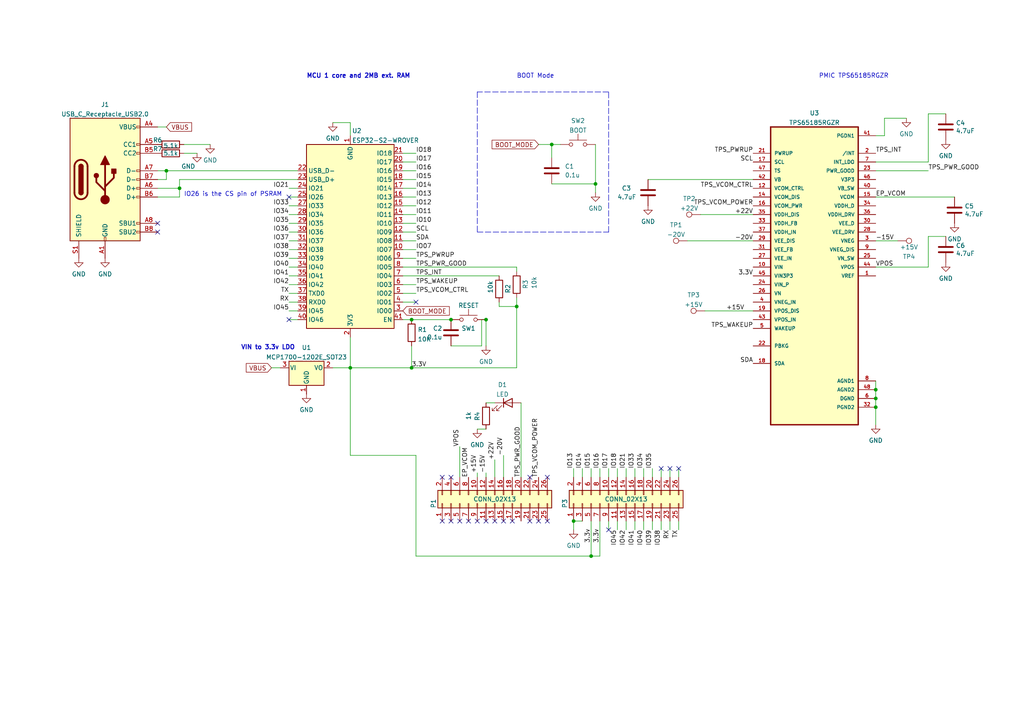
<source format=kicad_sch>
(kicad_sch (version 20211123) (generator eeschema)
  (paper "A4")
  (title_block (title "ESP32S2-WROVER dev board") (date "2022-02-01") (rev "V1.0") (company "FASANI CORP.") (comment 9 "Designed by Martin & Carlos Fasani"))
  (lib_symbols
    (symbol "Connector:TestPoint" (pin_numbers hide) (pin_names (offset 0.762) hide)
      (property "Reference" "TP" (at 0 6.858 0))
      (property "Value" "TestPoint" (at 0 5.08 0))
      (symbol "TestPoint_0_1"
        (circle (center 0 3.302) (radius 0.762))
      )
      (symbol "TestPoint_1_1"
        (pin passive line (at 0 0 90) (length 2.54) (name "1") (number "1"))
      )
    )
    (symbol "Connector:USB_C_Receptacle_USB2.0" (pin_names (offset 1.016))
      (property "Reference" "J1" (at 0 21.7465 0))
      (property "Value" "USB_C_Receptacle_USB2.0" (at 0 18.9714 0))
      (symbol "USB_C_Receptacle_USB2.0_0_0"
        (rectangle (start -0.254 -17.78) (end 0.254 -16.764))
        (rectangle (start 10.16 -14.986) (end 9.144 -15.494))
        (rectangle (start 10.16 -12.446) (end 9.144 -12.954))
        (rectangle (start 10.16 -4.826) (end 9.144 -5.334))
        (rectangle (start 10.16 -2.286) (end 9.144 -2.794))
        (rectangle (start 10.16 0.254) (end 9.144 -0.254))
        (rectangle (start 10.16 2.794) (end 9.144 2.286))
        (rectangle (start 10.16 7.874) (end 9.144 7.366))
        (rectangle (start 10.16 10.414) (end 9.144 9.906))
        (rectangle (start 10.16 15.494) (end 9.144 14.986))
      )
      (symbol "USB_C_Receptacle_USB2.0_0_1"
        (rectangle (start -10.16 17.78) (end 10.16 -17.78) (stroke (width 0.254)) (fill (type background)))
        (arc (start -8.89 -3.81) (mid -6.985 -5.715) (end -5.08 -3.81) (stroke (width 0.508)))
        (arc (start -7.62 -3.81) (mid -6.985 -4.445) (end -6.35 -3.81) (stroke (width 0.254)))
        (arc (start -7.62 -3.81) (mid -6.985 -4.445) (end -6.35 -3.81) (stroke (width 0.254)) (fill (type outline)))
        (rectangle (start -7.62 -3.81) (end -6.35 3.81) (stroke (width 0.254)) (fill (type outline)))
        (arc (start -6.35 3.81) (mid -6.985 4.445) (end -7.62 3.81) (stroke (width 0.254)))
        (arc (start -6.35 3.81) (mid -6.985 4.445) (end -7.62 3.81) (stroke (width 0.254)) (fill (type outline)))
        (arc (start -5.08 3.81) (mid -6.985 5.715) (end -8.89 3.81) (stroke (width 0.508)))
        (circle (center -2.54 1.143) (radius 0.635) (stroke (width 0.254)) (fill (type outline)))
        (circle (center 0 -5.842) (radius 1.27) (fill (type outline)))
        (polyline (pts (xy -8.89 -3.81) (xy -8.89 3.81)) (stroke (width 0.508)))
        (polyline (pts (xy -5.08 3.81) (xy -5.08 -3.81)) (stroke (width 0.508)))
        (polyline (pts (xy 0 -5.842) (xy 0 4.318)) (stroke (width 0.508)))
        (polyline (pts (xy 0 -3.302) (xy -2.54 -0.762) (xy -2.54 0.508)) (stroke (width 0.508)))
        (polyline (pts (xy 0 -2.032) (xy 2.54 0.508) (xy 2.54 1.778)) (stroke (width 0.508)))
        (polyline (pts (xy -1.27 4.318) (xy 0 6.858) (xy 1.27 4.318) (xy -1.27 4.318)) (stroke (width 0.254)) (fill (type outline)))
        (rectangle (start 1.905 1.778) (end 3.175 3.048) (stroke (width 0.254)) (fill (type outline)))
      )
      (symbol "USB_C_Receptacle_USB2.0_1_1"
        (pin passive line (at 0 -22.86 90) (length 5.08) (name "GND") (number "A1"))
        (pin passive line (at 0 -22.86 90) (length 5.08) hide (name "GND") (number "A12"))
        (pin passive line (at 15.24 15.24 180) (length 5.08) (name "VBUS") (number "A4"))
        (pin bidirectional line (at 15.24 10.16 180) (length 5.08) (name "CC1") (number "A5"))
        (pin bidirectional line (at 15.24 -2.54 180) (length 5.08) (name "D+") (number "A6"))
        (pin bidirectional line (at 15.24 2.54 180) (length 5.08) (name "D-") (number "A7"))
        (pin bidirectional line (at 15.24 -12.7 180) (length 5.08) (name "SBU1") (number "A8"))
        (pin power_out line (at 15.24 15.24 180) (length 5.08) hide (name "VBUS") (number "A9"))
        (pin passive line (at 0 -22.86 90) (length 5.08) hide (name "GND") (number "B1"))
        (pin passive line (at 0 -22.86 90) (length 5.08) hide (name "GND") (number "B12"))
        (pin passive line (at 15.24 15.24 180) (length 5.08) hide (name "VBUS") (number "B4"))
        (pin bidirectional line (at 15.24 7.62 180) (length 5.08) (name "CC2") (number "B5"))
        (pin bidirectional line (at 15.24 -5.08 180) (length 5.08) (name "D+") (number "B6"))
        (pin bidirectional line (at 15.24 0 180) (length 5.08) (name "D-") (number "B7"))
        (pin bidirectional line (at 15.24 -15.24 180) (length 5.08) (name "SBU2") (number "B8"))
        (pin passive line (at 15.24 15.24 180) (length 5.08) hide (name "VBUS") (number "B9"))
        (pin passive line (at -7.62 -22.86 90) (length 5.08) (name "SHIELD") (number "S1"))
      )
    )
    (symbol "Connector_Generic:Conn_02x13_Odd_Even" (pin_names (offset 1.016) hide)
      (property "Reference" "J" (at 1.27 17.78 0))
      (property "Value" "Conn_02x13_Odd_Even" (at 1.27 -17.78 0))
      (symbol "Conn_02x13_Odd_Even_1_1"
        (rectangle (start -1.27 -15.113) (end 0 -15.367) (stroke (width 0.1524)))
        (rectangle (start -1.27 -12.573) (end 0 -12.827) (stroke (width 0.1524)))
        (rectangle (start -1.27 -10.033) (end 0 -10.287) (stroke (width 0.1524)))
        (rectangle (start -1.27 -7.493) (end 0 -7.747) (stroke (width 0.1524)))
        (rectangle (start -1.27 -4.953) (end 0 -5.207) (stroke (width 0.1524)))
        (rectangle (start -1.27 -2.413) (end 0 -2.667) (stroke (width 0.1524)))
        (rectangle (start -1.27 0.127) (end 0 -0.127) (stroke (width 0.1524)))
        (rectangle (start -1.27 2.667) (end 0 2.413) (stroke (width 0.1524)))
        (rectangle (start -1.27 5.207) (end 0 4.953) (stroke (width 0.1524)))
        (rectangle (start -1.27 7.747) (end 0 7.493) (stroke (width 0.1524)))
        (rectangle (start -1.27 10.287) (end 0 10.033) (stroke (width 0.1524)))
        (rectangle (start -1.27 12.827) (end 0 12.573) (stroke (width 0.1524)))
        (rectangle (start -1.27 15.367) (end 0 15.113) (stroke (width 0.1524)))
        (rectangle (start -1.27 16.51) (end 3.81 -16.51) (stroke (width 0.254)) (fill (type background)))
        (rectangle (start 3.81 -15.113) (end 2.54 -15.367) (stroke (width 0.1524)))
        (rectangle (start 3.81 -12.573) (end 2.54 -12.827) (stroke (width 0.1524)))
        (rectangle (start 3.81 -10.033) (end 2.54 -10.287) (stroke (width 0.1524)))
        (rectangle (start 3.81 -7.493) (end 2.54 -7.747) (stroke (width 0.1524)))
        (rectangle (start 3.81 -4.953) (end 2.54 -5.207) (stroke (width 0.1524)))
        (rectangle (start 3.81 -2.413) (end 2.54 -2.667) (stroke (width 0.1524)))
        (rectangle (start 3.81 0.127) (end 2.54 -0.127) (stroke (width 0.1524)))
        (rectangle (start 3.81 2.667) (end 2.54 2.413) (stroke (width 0.1524)))
        (rectangle (start 3.81 5.207) (end 2.54 4.953) (stroke (width 0.1524)))
        (rectangle (start 3.81 7.747) (end 2.54 7.493) (stroke (width 0.1524)))
        (rectangle (start 3.81 10.287) (end 2.54 10.033) (stroke (width 0.1524)))
        (rectangle (start 3.81 12.827) (end 2.54 12.573) (stroke (width 0.1524)))
        (rectangle (start 3.81 15.367) (end 2.54 15.113) (stroke (width 0.1524)))
        (pin passive line (at -5.08 15.24 0) (length 3.81) (name "Pin_1") (number "1"))
        (pin passive line (at 7.62 5.08 180) (length 3.81) (name "Pin_10") (number "10"))
        (pin passive line (at -5.08 2.54 0) (length 3.81) (name "Pin_11") (number "11"))
        (pin passive line (at 7.62 2.54 180) (length 3.81) (name "Pin_12") (number "12"))
        (pin passive line (at -5.08 0 0) (length 3.81) (name "Pin_13") (number "13"))
        (pin passive line (at 7.62 0 180) (length 3.81) (name "Pin_14") (number "14"))
        (pin passive line (at -5.08 -2.54 0) (length 3.81) (name "Pin_15") (number "15"))
        (pin passive line (at 7.62 -2.54 180) (length 3.81) (name "Pin_16") (number "16"))
        (pin passive line (at -5.08 -5.08 0) (length 3.81) (name "Pin_17") (number "17"))
        (pin passive line (at 7.62 -5.08 180) (length 3.81) (name "Pin_18") (number "18"))
        (pin passive line (at -5.08 -7.62 0) (length 3.81) (name "Pin_19") (number "19"))
        (pin passive line (at 7.62 15.24 180) (length 3.81) (name "Pin_2") (number "2"))
        (pin passive line (at 7.62 -7.62 180) (length 3.81) (name "Pin_20") (number "20"))
        (pin passive line (at -5.08 -10.16 0) (length 3.81) (name "Pin_21") (number "21"))
        (pin passive line (at 7.62 -10.16 180) (length 3.81) (name "Pin_22") (number "22"))
        (pin passive line (at -5.08 -12.7 0) (length 3.81) (name "Pin_23") (number "23"))
        (pin passive line (at 7.62 -12.7 180) (length 3.81) (name "Pin_24") (number "24"))
        (pin passive line (at -5.08 -15.24 0) (length 3.81) (name "Pin_25") (number "25"))
        (pin passive line (at 7.62 -15.24 180) (length 3.81) (name "Pin_26") (number "26"))
        (pin passive line (at -5.08 12.7 0) (length 3.81) (name "Pin_3") (number "3"))
        (pin passive line (at 7.62 12.7 180) (length 3.81) (name "Pin_4") (number "4"))
        (pin passive line (at -5.08 10.16 0) (length 3.81) (name "Pin_5") (number "5"))
        (pin passive line (at 7.62 10.16 180) (length 3.81) (name "Pin_6") (number "6"))
        (pin passive line (at -5.08 7.62 0) (length 3.81) (name "Pin_7") (number "7"))
        (pin passive line (at 7.62 7.62 180) (length 3.81) (name "Pin_8") (number "8"))
        (pin passive line (at -5.08 5.08 0) (length 3.81) (name "Pin_9") (number "9"))
      )
    )
    (symbol "Device:C" (pin_numbers hide) (pin_names (offset 0.254))
      (property "Reference" "C" (at 0.635 2.54 0))
      (property "Value" "C" (at 0.635 -2.54 0))
      (symbol "C_0_1"
        (polyline (pts (xy -2.032 -0.762) (xy 2.032 -0.762)) (stroke (width 0.508)))
        (polyline (pts (xy -2.032 0.762) (xy 2.032 0.762)) (stroke (width 0.508)))
      )
      (symbol "C_1_1"
        (pin passive line (at 0 3.81 270) (length 2.794) (name "~") (number "1"))
        (pin passive line (at 0 -3.81 90) (length 2.794) (name "~") (number "2"))
      )
    )
    (symbol "Device:LED" (pin_numbers hide) (pin_names (offset 1.016) hide)
      (property "Reference" "D" (at 0 2.54 0))
      (property "Value" "LED" (at 0 -2.54 0))
      (symbol "LED_0_1"
        (polyline (pts (xy -1.27 -1.27) (xy -1.27 1.27)) (stroke (width 0.254)))
        (polyline (pts (xy -1.27 0) (xy 1.27 0)))
        (polyline (pts (xy 1.27 -1.27) (xy 1.27 1.27) (xy -1.27 0) (xy 1.27 -1.27)) (stroke (width 0.254)))
        (polyline (pts (xy -3.048 -0.762) (xy -4.572 -2.286) (xy -3.81 -2.286) (xy -4.572 -2.286) (xy -4.572 -1.524)))
        (polyline (pts (xy -1.778 -0.762) (xy -3.302 -2.286) (xy -2.54 -2.286) (xy -3.302 -2.286) (xy -3.302 -1.524)))
      )
      (symbol "LED_1_1"
        (pin passive line (at -3.81 0 0) (length 2.54) (name "K") (number "1"))
        (pin passive line (at 3.81 0 180) (length 2.54) (name "A") (number "2"))
      )
    )
    (symbol "Device:R" (pin_numbers hide) (pin_names (offset 0))
      (property "Reference" "R" (at 2.032 0 90))
      (property "Value" "R" (at 0 0 90))
      (symbol "R_0_1"
        (rectangle (start -1.016 -2.54) (end 1.016 2.54) (stroke (width 0.254)))
      )
      (symbol "R_1_1"
        (pin passive line (at 0 3.81 270) (length 1.27) (name "~") (number "1"))
        (pin passive line (at 0 -3.81 90) (length 1.27) (name "~") (number "2"))
      )
    )
    (symbol "RF_Module:ESP32-S2-WROVER"
      (property "Reference" "U" (at -12.7 29.21 0))
      (property "Value" "ESP32-S2-WROVER" (at 2.54 29.21 0))
      (symbol "ESP32-S2-WROVER_0_1"
        (rectangle (start -12.7 27.94) (end 12.7 -25.4) (stroke (width 0.254)) (fill (type background)))
      )
      (symbol "ESP32-S2-WROVER_1_1"
        (pin power_in line (at 0 -27.94 90) (length 2.54) (name "GND") (number "1"))
        (pin bidirectional line (at -15.24 5.08 0) (length 2.54) (name "IO07") (number "10"))
        (pin bidirectional line (at -15.24 2.54 0) (length 2.54) (name "IO08") (number "11"))
        (pin bidirectional line (at -15.24 0 0) (length 2.54) (name "IO09") (number "12"))
        (pin bidirectional line (at -15.24 -2.54 0) (length 2.54) (name "IO10") (number "13"))
        (pin bidirectional line (at -15.24 -5.08 0) (length 2.54) (name "IO11") (number "14"))
        (pin bidirectional line (at -15.24 -7.62 0) (length 2.54) (name "IO12") (number "15"))
        (pin bidirectional line (at -15.24 -10.16 0) (length 2.54) (name "IO13") (number "16"))
        (pin bidirectional line (at -15.24 -12.7 0) (length 2.54) (name "IO14") (number "17"))
        (pin bidirectional line (at -15.24 -15.24 0) (length 2.54) (name "IO15") (number "18"))
        (pin bidirectional line (at -15.24 -17.78 0) (length 2.54) (name "IO16") (number "19"))
        (pin power_in line (at 0 30.48 270) (length 2.54) (name "3V3") (number "2"))
        (pin bidirectional line (at -15.24 -20.32 0) (length 2.54) (name "IO17") (number "20"))
        (pin bidirectional line (at -15.24 -22.86 0) (length 2.54) (name "IO18") (number "21"))
        (pin bidirectional line (at 15.24 -17.78 180) (length 2.54) (name "USB_D-") (number "22"))
        (pin bidirectional line (at 15.24 -15.24 180) (length 2.54) (name "USB_D+") (number "23"))
        (pin bidirectional line (at 15.24 -12.7 180) (length 2.54) (name "IO21") (number "24"))
        (pin bidirectional line (at 15.24 -10.16 180) (length 2.54) (name "IO26") (number "25"))
        (pin passive line (at 0 -27.94 90) (length 2.54) hide (name "GND") (number "26"))
        (pin bidirectional line (at 15.24 -7.62 180) (length 2.54) (name "IO33") (number "27"))
        (pin bidirectional line (at 15.24 -5.08 180) (length 2.54) (name "IO34") (number "28"))
        (pin bidirectional line (at 15.24 -2.54 180) (length 2.54) (name "IO35") (number "29"))
        (pin bidirectional line (at -15.24 22.86 0) (length 2.54) (name "IO00") (number "3"))
        (pin bidirectional line (at 15.24 0 180) (length 2.54) (name "IO36") (number "30"))
        (pin bidirectional line (at 15.24 2.54 180) (length 2.54) (name "IO37") (number "31"))
        (pin bidirectional line (at 15.24 5.08 180) (length 2.54) (name "IO38") (number "32"))
        (pin bidirectional line (at 15.24 7.62 180) (length 2.54) (name "IO39") (number "33"))
        (pin bidirectional line (at 15.24 10.16 180) (length 2.54) (name "IO40") (number "34"))
        (pin bidirectional line (at 15.24 12.7 180) (length 2.54) (name "IO41") (number "35"))
        (pin bidirectional line (at 15.24 15.24 180) (length 2.54) (name "IO42") (number "36"))
        (pin bidirectional line (at 15.24 17.78 180) (length 2.54) (name "TXD0") (number "37"))
        (pin bidirectional line (at 15.24 20.32 180) (length 2.54) (name "RXD0") (number "38"))
        (pin bidirectional line (at 15.24 22.86 180) (length 2.54) (name "IO45") (number "39"))
        (pin bidirectional line (at -15.24 20.32 0) (length 2.54) (name "IO01") (number "4"))
        (pin input line (at 15.24 25.4 180) (length 2.54) (name "IO46") (number "40"))
        (pin input line (at -15.24 25.4 0) (length 2.54) (name "EN") (number "41"))
        (pin passive line (at 0 -27.94 90) (length 2.54) hide (name "GND") (number "42"))
        (pin passive line (at 0 -27.94 90) (length 2.54) hide (name "GND") (number "43"))
        (pin bidirectional line (at -15.24 17.78 0) (length 2.54) (name "IO02") (number "5"))
        (pin bidirectional line (at -15.24 15.24 0) (length 2.54) (name "IO03") (number "6"))
        (pin bidirectional line (at -15.24 12.7 0) (length 2.54) (name "IO04") (number "7"))
        (pin bidirectional line (at -15.24 10.16 0) (length 2.54) (name "IO05") (number "8"))
        (pin bidirectional line (at -15.24 7.62 0) (length 2.54) (name "IO06") (number "9"))
      )
    )
    (symbol "Regulator_Linear:MCP1700-1202E_SOT23" (pin_names (offset 0.254))
      (property "Reference" "U" (at -3.81 3.175 0))
      (property "Value" "MCP1700-1202E_SOT23" (at 0 3.175 0))
      (symbol "MCP1700-1202E_SOT23_0_1"
        (rectangle (start -5.08 1.905) (end 5.08 -5.08) (stroke (width 0.254)) (fill (type background)))
      )
      (symbol "MCP1700-1202E_SOT23_1_1"
        (pin power_in line (at 0 -7.62 90) (length 2.54) (name "GND") (number "1"))
        (pin power_out line (at 7.62 0 180) (length 2.54) (name "VO") (number "2"))
        (pin power_in line (at -7.62 0 0) (length 2.54) (name "VI") (number "3"))
      )
    )
    (symbol "Switch:SW_Push" (pin_numbers hide) (pin_names (offset 1.016) hide)
      (property "Reference" "SW" (at 1.27 2.54 0))
      (property "Value" "SW_Push" (at 0 -1.524 0))
      (symbol "SW_Push_0_1"
        (circle (center -2.032 0) (radius 0.508))
        (polyline (pts (xy 0 1.27) (xy 0 3.048)))
        (polyline (pts (xy 2.54 1.27) (xy -2.54 1.27)))
        (circle (center 2.032 0) (radius 0.508))
        (pin passive line (at -5.08 0 0) (length 2.54) (name "1") (number "1"))
        (pin passive line (at 5.08 0 180) (length 2.54) (name "2") (number "2"))
      )
    )
    (symbol "TPS65185RGZR:TPS65185RGZR" (pin_names (offset 1.016))
      (property "Reference" "U" (at -12.7 44.1706 0))
      (property "Value" "TPS65185RGZR" (at -12.7 -47.1678 0))
      (symbol "TPS65185RGZR_0_0"
        (rectangle (start -12.7 -43.18) (end 12.7 43.18) (stroke (width 0.4064)) (fill (type background)))
        (pin output line (at 17.78 0 180) (length 5.08) (name "VREF") (number "1"))
        (pin input line (at -17.78 2.54 0) (length 5.08) (name "VIN") (number "10"))
        (pin input line (at -17.78 25.4 0) (length 5.08) (name "VCOM_CTRL") (number "12"))
        (pin input line (at -17.78 22.86 0) (length 5.08) (name "VCOM_DIS") (number "14"))
        (pin output line (at 17.78 22.86 180) (length 5.08) (name "VCOM") (number "15"))
        (pin input line (at -17.78 20.32 0) (length 5.08) (name "VCOM_PWR") (number "16"))
        (pin input line (at -17.78 33.02 0) (length 5.08) (name "SCL") (number "17"))
        (pin bidirectional line (at -17.78 -25.4 0) (length 5.08) (name "SDA") (number "18"))
        (pin input line (at -17.78 -10.16 0) (length 5.08) (name "VPOS_DIS") (number "19"))
        (pin output line (at 17.78 35.56 180) (length 5.08) (name "/INT") (number "2"))
        (pin input line (at -17.78 35.56 0) (length 5.08) (name "PWRUP") (number "21"))
        (pin bidirectional line (at -17.78 -20.32 0) (length 5.08) (name "PBKG") (number "22"))
        (pin output line (at 17.78 30.48 180) (length 5.08) (name "PWR_GOOD") (number "23"))
        (pin input line (at -17.78 -2.54 0) (length 5.08) (name "VIN_P") (number "24"))
        (pin output line (at 17.78 5.08 180) (length 5.08) (name "VN_SW") (number "25"))
        (pin input line (at -17.78 -5.08 0) (length 5.08) (name "VN") (number "26"))
        (pin input line (at -17.78 5.08 0) (length 5.08) (name "VEE_IN") (number "27"))
        (pin output line (at 17.78 12.7 180) (length 5.08) (name "VEE_DRV") (number "28"))
        (pin input line (at -17.78 10.16 0) (length 5.08) (name "VEE_DIS") (number "29"))
        (pin output line (at 17.78 10.16 180) (length 5.08) (name "VNEG") (number "3"))
        (pin output line (at 17.78 15.24 180) (length 5.08) (name "VEE_D") (number "30"))
        (pin input line (at -17.78 7.62 0) (length 5.08) (name "VEE_FB") (number "31"))
        (pin power_in line (at 17.78 -38.1 180) (length 5.08) (name "PGND2") (number "32"))
        (pin input line (at -17.78 15.24 0) (length 5.08) (name "VDDH_FB") (number "33"))
        (pin output line (at 17.78 20.32 180) (length 5.08) (name "VDDH_D") (number "34"))
        (pin input line (at -17.78 17.78 0) (length 5.08) (name "VDDH_DIS") (number "35"))
        (pin output line (at 17.78 17.78 180) (length 5.08) (name "VDDH_DRV") (number "36"))
        (pin input line (at -17.78 12.7 0) (length 5.08) (name "VDDH_IN") (number "37"))
        (pin input line (at -17.78 -7.62 0) (length 5.08) (name "VNEG_IN") (number "4"))
        (pin output line (at 17.78 25.4 180) (length 5.08) (name "VB_SW") (number "40"))
        (pin power_in line (at 17.78 40.64 180) (length 5.08) (name "PGDN1") (number "41"))
        (pin input line (at -17.78 27.94 0) (length 5.08) (name "VB") (number "42"))
        (pin input line (at -17.78 -12.7 0) (length 5.08) (name "VPOS_IN") (number "43"))
        (pin output line (at 17.78 2.54 180) (length 5.08) (name "VPOS") (number "44"))
        (pin input line (at -17.78 0 0) (length 5.08) (name "VIN3P3") (number "45"))
        (pin output line (at 17.78 27.94 180) (length 5.08) (name "V3P3") (number "46"))
        (pin input line (at -17.78 30.48 0) (length 5.08) (name "TS") (number "47"))
        (pin power_in line (at 17.78 -33.02 180) (length 5.08) (name "AGND2") (number "48"))
        (pin input line (at -17.78 -15.24 0) (length 5.08) (name "WAKEUP") (number "5"))
        (pin power_in line (at 17.78 -35.56 180) (length 5.08) (name "DGND") (number "6"))
        (pin output line (at 17.78 33.02 180) (length 5.08) (name "INT_LDO") (number "7"))
        (pin power_in line (at 17.78 -30.48 180) (length 5.08) (name "AGND1") (number "8"))
        (pin output line (at 17.78 7.62 180) (length 5.08) (name "VNEG_DIS") (number "9"))
      )
    )
    (symbol "power:GND" (power) (pin_names (offset 0))
      (property "Value" "GND" (at 0 -3.81 0))
      (symbol "GND_0_1"
        (polyline (pts (xy 0 0) (xy 0 -1.27) (xy 1.27 -1.27) (xy 0 -2.54) (xy -1.27 -1.27) (xy 0 -1.27)))
      )
      (symbol "GND_1_1"
        (pin power_in line (at 0 0 270) (length 0) hide (name "GND") (number "1"))
      )
    )
  )
  (junction (at 101.6 106.68))
  (junction (at 160.02 41.91))
  (junction (at 48.26 49.53))
  (junction (at 254 118.11))
  (junction (at 140.97 92.71))
  (junction (at 119.38 106.68))
  (junction (at 254 113.03))
  (junction (at 254 115.57))
  (junction (at 171.45 161.29))
  (junction (at 130.81 92.71))
  (junction (at 119.38 92.71))
  (junction (at 172.72 53.34))
  (junction (at 52.07 54.61))
  (junction (at 166.37 151.13))
  (junction (at 149.86 88.9))
  (no_connect (at 128.27 138.43))
  (no_connect (at 130.81 138.43))
  (no_connect (at 130.81 151.13))
  (no_connect (at 133.35 151.13))
  (no_connect (at 135.89 151.13))
  (no_connect (at 148.59 151.13))
  (no_connect (at 153.67 151.13))
  (no_connect (at 156.21 151.13))
  (no_connect (at 158.75 151.13))
  (no_connect (at 138.43 151.13))
  (no_connect (at 140.97 151.13))
  (no_connect (at 143.51 151.13))
  (no_connect (at 146.05 151.13))
  (no_connect (at 158.75 138.43))
  (no_connect (at 153.67 138.43))
  (no_connect (at 176.53 153.67))
  (no_connect (at 191.77 135.89))
  (no_connect (at 194.31 135.89))
  (no_connect (at 83.82 92.71))
  (no_connect (at 83.82 57.15))
  (no_connect (at 45.72 67.31))
  (no_connect (at 45.72 64.77))
  (no_connect (at 120.65 87.63))
  (no_connect (at 128.27 151.13))
  (no_connect (at 196.85 135.89))
  (wire (pts (xy 101.6 35.56) (xy 101.6 39.37)))
  (wire (pts (xy 119.38 106.68) (xy 101.6 106.68)))
  (wire (pts (xy 45.72 57.15) (xy 52.07 57.15)))
  (wire (pts (xy 143.51 133.35) (xy 143.51 138.43)))
  (wire (pts (xy 83.82 57.15) (xy 86.36 57.15)))
  (wire (pts (xy 181.61 153.67) (xy 181.61 151.13)))
  (wire (pts (xy 171.45 161.29) (xy 173.99 161.29)))
  (wire (pts (xy 149.86 77.47) (xy 149.86 78.74)))
  (wire (pts (xy 199.39 69.85) (xy 218.44 69.85)))
  (wire (pts (xy 166.37 151.13) (xy 168.91 151.13)))
  (wire (pts (xy 254 118.11) (xy 254 123.19)))
  (wire (pts (xy 120.65 72.39) (xy 116.84 72.39)))
  (wire (pts (xy 120.65 87.63) (xy 116.84 87.63)))
  (wire (pts (xy 171.45 135.89) (xy 171.45 138.43)))
  (wire (pts (xy 254 57.15) (xy 276.86 57.15)))
  (wire (pts (xy 48.26 49.53) (xy 86.36 49.53)))
  (wire (pts (xy 149.86 86.36) (xy 149.86 88.9)))
  (wire (pts (xy 254 39.37) (xy 256.54 39.37)))
  (wire (pts (xy 52.07 57.15) (xy 52.07 54.61)))
  (wire (pts (xy 173.99 135.89) (xy 173.99 138.43)))
  (wire (pts (xy 151.13 116.84) (xy 151.13 138.43)))
  (wire (pts (xy 194.31 153.67) (xy 194.31 151.13)))
  (wire (pts (xy 186.69 135.89) (xy 186.69 138.43)))
  (wire (pts (xy 53.34 41.91) (xy 60.96 41.91)))
  (wire (pts (xy 83.82 87.63) (xy 86.36 87.63)))
  (polyline (pts (xy 138.43 26.67) (xy 138.43 67.31)))
  (wire (pts (xy 173.99 161.29) (xy 173.99 151.13)))
  (wire (pts (xy 172.72 41.91) (xy 172.72 53.34)))
  (wire (pts (xy 144.78 87.63) (xy 144.78 88.9)))
  (wire (pts (xy 269.24 46.99) (xy 269.24 33.02)))
  (wire (pts (xy 186.69 153.67) (xy 186.69 151.13)))
  (wire (pts (xy 116.84 80.01) (xy 144.78 80.01)))
  (wire (pts (xy 187.96 52.07) (xy 218.44 52.07)))
  (wire (pts (xy 83.82 90.17) (xy 86.36 90.17)))
  (wire (pts (xy 48.26 52.07) (xy 48.26 49.53)))
  (wire (pts (xy 120.65 85.09) (xy 116.84 85.09)))
  (wire (pts (xy 83.82 67.31) (xy 86.36 67.31)))
  (wire (pts (xy 176.53 153.67) (xy 176.53 151.13)))
  (wire (pts (xy 45.72 52.07) (xy 48.26 52.07)))
  (wire (pts (xy 181.61 135.89) (xy 181.61 138.43)))
  (wire (pts (xy 120.65 46.99) (xy 116.84 46.99)))
  (wire (pts (xy 191.77 135.89) (xy 191.77 138.43)))
  (wire (pts (xy 83.82 64.77) (xy 86.36 64.77)))
  (wire (pts (xy 120.65 64.77) (xy 116.84 64.77)))
  (wire (pts (xy 269.24 77.47) (xy 269.24 68.58)))
  (wire (pts (xy 149.86 106.68) (xy 119.38 106.68)))
  (wire (pts (xy 120.65 82.55) (xy 116.84 82.55)))
  (wire (pts (xy 176.53 135.89) (xy 176.53 138.43)))
  (wire (pts (xy 140.97 116.84) (xy 143.51 116.84)))
  (wire (pts (xy 120.65 62.23) (xy 116.84 62.23)))
  (wire (pts (xy 120.65 69.85) (xy 116.84 69.85)))
  (wire (pts (xy 138.43 124.46) (xy 140.97 124.46)))
  (wire (pts (xy 116.84 77.47) (xy 149.86 77.47)))
  (wire (pts (xy 83.82 74.93) (xy 86.36 74.93)))
  (wire (pts (xy 96.52 106.68) (xy 101.6 106.68)))
  (wire (pts (xy 254 110.49) (xy 254 113.03)))
  (wire (pts (xy 83.82 62.23) (xy 86.36 62.23)))
  (wire (pts (xy 120.65 52.07) (xy 116.84 52.07)))
  (wire (pts (xy 120.65 59.69) (xy 116.84 59.69)))
  (wire (pts (xy 45.72 36.83) (xy 48.26 36.83)))
  (wire (pts (xy 140.97 137.16) (xy 140.97 138.43)))
  (wire (pts (xy 130.81 100.33) (xy 139.7 100.33)))
  (wire (pts (xy 179.07 153.67) (xy 179.07 151.13)))
  (wire (pts (xy 269.24 49.53) (xy 254 49.53)))
  (wire (pts (xy 119.38 100.33) (xy 119.38 106.68)))
  (wire (pts (xy 254 77.47) (xy 269.24 77.47)))
  (wire (pts (xy 101.6 106.68) (xy 101.6 97.79)))
  (wire (pts (xy 269.24 68.58) (xy 274.32 68.58)))
  (wire (pts (xy 160.02 45.72) (xy 160.02 41.91)))
  (wire (pts (xy 96.52 35.56) (xy 101.6 35.56)))
  (wire (pts (xy 184.15 135.89) (xy 184.15 138.43)))
  (wire (pts (xy 189.23 153.67) (xy 189.23 151.13)))
  (wire (pts (xy 53.34 44.45) (xy 57.15 44.45)))
  (wire (pts (xy 156.21 41.91) (xy 160.02 41.91)))
  (wire (pts (xy 254 69.85) (xy 260.35 69.85)))
  (wire (pts (xy 101.6 132.08) (xy 101.6 106.68)))
  (wire (pts (xy 45.72 49.53) (xy 48.26 49.53)))
  (wire (pts (xy 194.31 135.89) (xy 194.31 138.43)))
  (wire (pts (xy 256.54 34.29) (xy 262.89 34.29)))
  (wire (pts (xy 83.82 77.47) (xy 86.36 77.47)))
  (wire (pts (xy 171.45 151.13) (xy 171.45 161.29)))
  (wire (pts (xy 120.65 44.45) (xy 116.84 44.45)))
  (wire (pts (xy 83.82 80.01) (xy 86.36 80.01)))
  (wire (pts (xy 166.37 135.89) (xy 166.37 138.43)))
  (wire (pts (xy 160.02 41.91) (xy 162.56 41.91)))
  (wire (pts (xy 83.82 59.69) (xy 86.36 59.69)))
  (wire (pts (xy 83.82 54.61) (xy 86.36 54.61)))
  (wire (pts (xy 120.65 132.08) (xy 120.65 161.29)))
  (wire (pts (xy 120.65 74.93) (xy 116.84 74.93)))
  (wire (pts (xy 140.97 92.71) (xy 140.97 100.33)))
  (wire (pts (xy 196.85 153.67) (xy 196.85 151.13)))
  (wire (pts (xy 120.65 57.15) (xy 116.84 57.15)))
  (wire (pts (xy 83.82 82.55) (xy 86.36 82.55)))
  (wire (pts (xy 196.85 135.89) (xy 196.85 138.43)))
  (wire (pts (xy 120.65 161.29) (xy 171.45 161.29)))
  (wire (pts (xy 254 113.03) (xy 254 115.57)))
  (wire (pts (xy 269.24 33.02) (xy 274.32 33.02)))
  (wire (pts (xy 149.86 88.9) (xy 149.86 106.68)))
  (wire (pts (xy 166.37 153.67) (xy 166.37 151.13)))
  (polyline (pts (xy 176.53 26.67) (xy 138.43 26.67)))
  (wire (pts (xy 203.2 62.23) (xy 218.44 62.23)))
  (wire (pts (xy 83.82 72.39) (xy 86.36 72.39)))
  (polyline (pts (xy 138.43 67.31) (xy 176.53 67.31)))
  (wire (pts (xy 83.82 69.85) (xy 86.36 69.85)))
  (polyline (pts (xy 176.53 67.31) (xy 176.53 26.67)))
  (wire (pts (xy 101.6 132.08) (xy 120.65 132.08)))
  (wire (pts (xy 120.65 67.31) (xy 116.84 67.31)))
  (wire (pts (xy 119.38 92.71) (xy 130.81 92.71)))
  (wire (pts (xy 204.47 90.17) (xy 218.44 90.17)))
  (wire (pts (xy 172.72 53.34) (xy 172.72 55.88)))
  (wire (pts (xy 160.02 53.34) (xy 172.72 53.34)))
  (wire (pts (xy 189.23 135.89) (xy 189.23 138.43)))
  (wire (pts (xy 168.91 135.89) (xy 168.91 138.43)))
  (wire (pts (xy 116.84 92.71) (xy 119.38 92.71)))
  (wire (pts (xy 256.54 39.37) (xy 256.54 34.29)))
  (wire (pts (xy 120.65 49.53) (xy 116.84 49.53)))
  (wire (pts (xy 144.78 88.9) (xy 149.86 88.9)))
  (wire (pts (xy 138.43 137.16) (xy 138.43 138.43)))
  (wire (pts (xy 45.72 54.61) (xy 52.07 54.61)))
  (wire (pts (xy 52.07 54.61) (xy 52.07 52.07)))
  (wire (pts (xy 83.82 92.71) (xy 86.36 92.71)))
  (wire (pts (xy 139.7 92.71) (xy 139.7 100.33)))
  (wire (pts (xy 179.07 135.89) (xy 179.07 138.43)))
  (wire (pts (xy 184.15 153.67) (xy 184.15 151.13)))
  (wire (pts (xy 78.74 106.68) (xy 81.28 106.68)))
  (wire (pts (xy 120.65 54.61) (xy 116.84 54.61)))
  (wire (pts (xy 254 115.57) (xy 254 118.11)))
  (wire (pts (xy 83.82 85.09) (xy 86.36 85.09)))
  (wire (pts (xy 191.77 153.67) (xy 191.77 151.13)))
  (wire (pts (xy 254 46.99) (xy 269.24 46.99)))
  (wire (pts (xy 52.07 52.07) (xy 86.36 52.07)))
  (wire (pts (xy 139.7 92.71) (xy 140.97 92.71)))
  (wire (pts (xy 133.35 129.54) (xy 133.35 138.43)))
  (wire (pts (xy 146.05 132.08) (xy 146.05 138.43)))
  (text "PMIC TPS65185RGZR" (at 237.49 22.86 0) (effects (font (size 1.27 1.27)) (justify left bottom)))
  (text "BOOT Mode" (at 149.86 22.86 0) (effects (font (size 1.27 1.27)) (justify left bottom)))
  (text "MCU 1 core and 2MB ext. RAM" (at 88.9 22.86 0) (effects (font (size 1.27 1.27) (thickness 0.254) bold) (justify left bottom)))
  (text "IO26 is the CS pin of PSRAM" (at 53.34 57.15 0) (effects (font (size 1.27 1.27)) (justify left bottom)))
  (text "VIN to 3.3v LDO" (at 69.85 101.6 0) (effects (font (size 1.27 1.27) (thickness 0.254) bold) (justify left bottom)))
  (label "RX" (at 83.82 87.63 180))
  (label "TX" (at 196.85 153.67 270))
  (label "-20V" (at 218.44 69.85 180))
  (label "IO39" (at 83.82 74.93 180))
  (label "IO14" (at 168.91 135.89 90))
  (label "IO42" (at 181.61 153.67 270))
  (label "IO41" (at 184.15 153.67 270))
  (label "TPS_INT" (at 254 44.45 0))
  (label "IO14" (at 120.65 54.61 0))
  (label "TPS_WAKEUP" (at 120.65 82.55 0))
  (label "RX" (at 194.31 153.67 270))
  (label "EP_VCOM" (at 135.89 138.43 90))
  (label "3.3V" (at 218.44 80.01 180))
  (label "IO13" (at 166.37 135.89 90))
  (label "3.3v" (at 171.45 157.48 90))
  (label "VPOS" (at 254 77.47 0))
  (label "TPS_INT" (at 120.65 80.01 0))
  (label "IO36" (at 83.82 67.31 180))
  (label "IO18" (at 120.65 44.45 0))
  (label "TPS_WAKEUP" (at 218.44 95.25 180))
  (label "IO17" (at 120.65 46.99 0))
  (label "+15V" (at 215.9 90.17 180))
  (label "3.3v" (at 173.99 157.48 90))
  (label "TPS_VCOM_CTRL" (at 218.44 54.61 180))
  (label "TPS_PWRUP" (at 120.65 74.93 0))
  (label "TPS_PWRUP" (at 218.44 44.45 180))
  (label "TPS_PWR_GOOD" (at 151.13 138.43 90))
  (label "IO12" (at 120.65 59.69 0))
  (label "IO39" (at 189.23 153.67 270))
  (label "IO38" (at 83.82 72.39 180))
  (label "-15V" (at 140.97 137.16 90))
  (label "SDA" (at 218.44 105.41 180))
  (label "IO21" (at 83.82 54.61 180))
  (label "TPS_PWR_GOOD" (at 269.24 49.53 0))
  (label "IO34" (at 83.82 62.23 180))
  (label "TPS_VCOM_POWER" (at 156.21 138.43 90))
  (label "IO16" (at 173.99 135.89 90))
  (label "IO33" (at 184.15 135.89 90))
  (label "+22V" (at 143.51 133.35 90))
  (label "-15V" (at 254 69.85 0))
  (label "IO38" (at 191.77 153.67 270))
  (label "IO40" (at 83.82 77.47 180))
  (label "IO07" (at 120.65 72.39 0))
  (label "IO42" (at 83.82 82.55 180))
  (label "SCL" (at 120.65 67.31 0))
  (label "IO35" (at 189.23 135.89 90))
  (label "+22V" (at 218.44 62.23 180))
  (label "IO35" (at 83.82 64.77 180))
  (label "IO34" (at 186.69 135.89 90))
  (label "TPS_VCOM_CTRL" (at 120.65 85.09 0))
  (label "IO45" (at 83.82 90.17 180))
  (label "IO18" (at 179.07 135.89 90))
  (label "IO15" (at 120.65 52.07 0))
  (label "IO21" (at 181.61 135.89 90))
  (label "IO13" (at 120.65 57.15 0))
  (label "IO45" (at 179.07 153.67 270))
  (label "IO37" (at 83.82 69.85 180))
  (label "IO10" (at 120.65 64.77 0))
  (label "IO15" (at 171.45 135.89 90))
  (label "TX" (at 83.82 85.09 180))
  (label "SDA" (at 120.65 69.85 0))
  (label "IO40" (at 186.69 153.67 270))
  (label "-20V" (at 146.05 132.08 90))
  (label "IO41" (at 83.82 80.01 180))
  (label "+15V" (at 138.43 137.16 90))
  (label "VPOS" (at 133.35 129.54 90))
  (label "IO33" (at 83.82 59.69 180))
  (label "IO11" (at 120.65 62.23 0))
  (label "IO17" (at 176.53 135.89 90))
  (label "3.3V" (at 119.38 106.68 0))
  (label "IO16" (at 120.65 49.53 0))
  (label "TPS_VCOM_POWER" (at 218.44 59.69 180))
  (label "EP_VCOM" (at 254 57.15 0))
  (label "SCL" (at 218.44 46.99 180))
  (label "TPS_PWR_GOOD" (at 120.65 77.47 0))
  (global_label "BOOT_MODE" (shape input) (at 116.84 90.17 0) (property "Intersheet References" "${INTERSHEET_REFS}" (effects hide)))
  (global_label "VBUS" (shape input) (at 48.26 36.83 0) (property "Intersheet References" "${INTERSHEET_REFS}" (effects hide)))
  (global_label "VBUS" (shape input) (at 78.74 106.68 180) (property "Intersheet References" "${INTERSHEET_REFS}" (effects hide)))
  (global_label "BOOT_MODE" (shape input) (at 156.21 41.91 180) (property "Intersheet References" "${INTERSHEET_REFS}" (effects hide)))
  (symbol (lib_id "Connector_Generic:Conn_02x13_Odd_Even") (at 143.51 146.05 90) (unit 1)
    (property "Reference" "P1" (at 125.73 146.05 0))
    (property "Value" "CONN_02X13" (at 143.51 144.78 90))
    (property "Footprint" "Connector_PinHeader_2.54mm:PinHeader_2x13_P2.54mm_Vertical" (effects hide))
  )
  (symbol (lib_id "Device:LED") (at 147.32 116.84 0) (unit 1)
    (property "Reference" "D1" (at 145.7325 111.6035 0))
    (property "Value" "LED" (at 145.7325 114.3786 0))
    (property "Footprint" "LED_THT:LED_D1.8mm_W3.3mm_H2.4mm" (effects hide))
  )
  (symbol (lib_id "TPS65185RGZR:TPS65185RGZR") (at 236.22 80.01 0) (unit 1)
    (property "Reference" "U3" (at 236.22 32.7873 0))
    (property "Value" "TPS65185RGZR" (at 236.22 35.5624 0))
    (property "Footprint" "footprint:TPS65185RGZR_700X700X100-49N" (effects hide))
  )
  (symbol (lib_id "power:GND") (at 57.15 44.45 0) (unit 1)
    (property "Reference" "#PWR012" (effects hide))
    (property "Value" "GND" (at 54.61 48.26 0))
  )
  (symbol (lib_id "power:GND") (at 274.32 40.64 0) (unit 1)
    (property "Reference" "#PWR0107" (effects hide))
    (property "Value" "GND" (at 274.32 45.2025 0))
  )
  (symbol (lib_id "power:GND") (at 276.86 64.77 0) (unit 1)
    (property "Reference" "#PWR0108" (effects hide))
    (property "Value" "GND" (at 276.86 69.3325 0))
  )
  (symbol (lib_id "Device:R") (at 144.78 83.82 0) (unit 1)
    (property "Reference" "R2" (at 147.32 85.09 90) (effects (justify left)))
    (property "Value" "10k" (at 142.24 85.09 90) (effects (justify left)))
    (property "Footprint" "Resistor_SMD:R_0603_1608Metric" (effects hide))
    (property "LCSC" "C25804" (effects hide))
  )
  (symbol (lib_id "Connector:TestPoint") (at 204.47 90.17 90) (unit 1)
    (property "Reference" "TP3" (at 201.168 85.5685 90))
    (property "Value" "+15V" (at 201.168 88.3436 90))
    (property "Footprint" "TestPoint:TestPoint_Pad_D2.0mm" (effects hide))
  )
  (symbol (lib_id "Switch:SW_Push") (at 135.89 92.71 0) (unit 1)
    (property "Reference" "SW1" (at 135.89 95.25 0))
    (property "Value" "RESET" (at 135.89 88.5976 0))
    (property "Footprint" "footprint:Alps_SKRK" (effects hide))
  )
  (symbol (lib_id "power:GND") (at 262.89 34.29 0) (unit 1)
    (property "Reference" "#PWR0103" (effects hide))
    (property "Value" "GND" (at 262.89 38.8525 0))
  )
  (symbol (lib_id "power:GND") (at 187.96 59.69 0) (unit 1)
    (property "Reference" "#PWR0106" (effects hide))
    (property "Value" "GND" (at 187.96 64.2525 0))
  )
  (symbol (lib_id "power:GND") (at 172.72 55.88 0) (unit 1)
    (property "Reference" "#PWR07" (effects hide))
    (property "Value" "GND" (at 172.72 60.4425 0))
  )
  (symbol (lib_id "Device:C") (at 160.02 49.53 180) (unit 1)
    (property "Reference" "C1" (at 163.83 48.26 0) (effects (justify right)))
    (property "Value" "0.1u" (at 163.83 50.8 0) (effects (justify right)))
    (property "Footprint" "Capacitor_SMD:C_0805_2012Metric" (effects hide))
  )
  (symbol (lib_id "RF_Module:ESP32-S2-WROVER") (at 101.6 67.31 180) (unit 1)
    (property "Reference" "U2" (at 102.1206 37.9435 0) (effects (justify right)))
    (property "Value" "ESP32-S2-WROVER" (at 102.1206 40.7186 0) (effects (justify right)))
    (property "Footprint" "RF_Module:ESP32-S2-WROVER" (effects hide))
    (property "Datasheet" "https://www.espressif.com/sites/default/files/documentation/esp32-s2-wroom_esp32-s2-wroom-i_datasheet_en.pdf" (effects hide))
  )
  (symbol (lib_id "Device:R") (at 149.86 82.55 0) (unit 1)
    (property "Reference" "R3" (at 152.4 83.82 90) (effects (justify left)))
    (property "Value" "10k" (at 154.94 83.82 90) (effects (justify left)))
    (property "Footprint" "Resistor_SMD:R_0603_1608Metric" (effects hide))
    (property "LCSC" "C25804" (effects hide))
  )
  (symbol (lib_id "Device:R") (at 49.53 41.91 270) (unit 1)
    (property "Reference" "R6" (at 45.72 40.64 90))
    (property "Value" "5.1k" (at 49.53 44.45 90))
    (property "Footprint" "Resistor_SMD:R_0603_1608Metric" (effects hide))
  )
  (symbol (lib_id "Device:C") (at 274.32 72.39 0) (unit 1)
    (property "Reference" "C6" (at 277.241 71.2216 0) (effects (justify left)))
    (property "Value" "4.7uF" (at 277.241 73.533 0) (effects (justify left)))
    (property "Footprint" "Capacitor_SMD:C_0805_2012Metric" (effects hide))
    (property "LCSC" "C1779" (effects hide))
  )
  (symbol (lib_id "Regulator_Linear:MCP1700-1202E_SOT23") (at 88.9 106.68 0) (unit 1)
    (property "Reference" "U1" (at 88.9 100.8085 0))
    (property "Value" "MCP1700-1202E_SOT23" (at 88.9 103.5836 0))
    (property "Footprint" "Package_TO_SOT_SMD:SOT-23" (effects hide))
    (property "Datasheet" "http://ww1.microchip.com/downloads/en/DeviceDoc/20001826D.pdf" (effects hide))
  )
  (symbol (lib_id "power:GND") (at 96.52 35.56 0) (unit 1)
    (property "Reference" "#PWR0101" (effects hide))
    (property "Value" "GND" (at 96.52 40.1225 0))
  )
  (symbol (lib_id "Connector:TestPoint") (at 203.2 62.23 90) (unit 1)
    (property "Reference" "TP2" (at 199.898 57.6285 90))
    (property "Value" "+22V" (at 199.898 60.4036 90))
    (property "Footprint" "TestPoint:TestPoint_Pad_D2.0mm" (effects hide))
  )
  (symbol (lib_id "power:GND") (at 274.32 76.2 0) (unit 1)
    (property "Reference" "#PWR0109" (effects hide))
    (property "Value" "GND" (at 274.32 80.7625 0))
  )
  (symbol (lib_id "power:GND") (at 60.96 41.91 0) (unit 1)
    (property "Reference" "#PWR013" (effects hide))
    (property "Value" "GND" (at 60.96 46.4725 0))
  )
  (symbol (lib_id "Device:C") (at 276.86 60.96 0) (unit 1)
    (property "Reference" "C5" (at 279.781 59.7916 0) (effects (justify left)))
    (property "Value" "4.7uF" (at 279.781 62.103 0) (effects (justify left)))
    (property "Footprint" "Capacitor_SMD:C_0805_2012Metric" (effects hide))
    (property "LCSC" "C1779" (effects hide))
  )
  (symbol (lib_id "Connector:TestPoint") (at 199.39 69.85 90) (unit 1)
    (property "Reference" "TP1" (at 196.088 65.2485 90))
    (property "Value" "-20V" (at 196.088 68.0236 90))
    (property "Footprint" "TestPoint:TestPoint_Pad_D2.0mm" (effects hide))
  )
  (symbol (lib_id "Connector:TestPoint") (at 260.35 69.85 270) (unit 1)
    (property "Reference" "TP4" (at 263.652 74.4515 90))
    (property "Value" "+15V" (at 263.652 71.6764 90))
    (property "Footprint" "TestPoint:TestPoint_Pad_D2.0mm" (effects hide))
  )
  (symbol (lib_id "power:GND") (at 22.86 74.93 0) (unit 1)
    (property "Reference" "#PWR011" (effects hide))
    (property "Value" "GND" (at 22.86 79.4925 0))
  )
  (symbol (lib_id "power:GND") (at 30.48 74.93 0) (unit 1)
    (property "Reference" "#PWR01" (effects hide))
    (property "Value" "GND" (at 30.48 79.4925 0))
  )
  (symbol (lib_id "Connector_Generic:Conn_02x13_Odd_Even") (at 181.61 146.05 90) (unit 1)
    (property "Reference" "P3" (at 163.83 146.05 0))
    (property "Value" "CONN_02X13" (at 181.61 144.78 90))
    (property "Footprint" "Connector_PinHeader_2.54mm:PinHeader_2x13_P2.54mm_Vertical" (effects hide))
  )
  (symbol (lib_id "power:GND") (at 88.9 114.3 0) (unit 1)
    (property "Reference" "#PWR02" (effects hide))
    (property "Value" "GND" (at 88.9 118.8625 0))
  )
  (symbol (lib_id "Connector:USB_C_Receptacle_USB2.0") (at 30.48 52.07 0) (unit 1)
    (property "Reference" "J1" (at 30.48 30.3235 0))
    (property "Value" "USB_C_Receptacle_USB2.0" (at 30.48 33.0986 0))
    (property "Footprint" "footprint:USB_C_Receptacle_HRO_TYPE-C-31-M-12" (effects hide))
    (property "Datasheet" "https://www.usb.org/sites/default/files/documents/usb_type-c.zip" (effects hide))
    (property "LCSC" "C165948" (effects hide))
  )
  (symbol (lib_id "Device:R") (at 140.97 120.65 180) (unit 1)
    (property "Reference" "R4" (at 138.43 119.38 90) (effects (justify left)))
    (property "Value" "1k" (at 135.89 119.38 90) (effects (justify left)))
    (property "Footprint" "Resistor_SMD:R_0603_1608Metric" (effects hide))
    (property "LCSC" "C25804" (effects hide))
  )
  (symbol (lib_id "power:GND") (at 140.97 100.33 0) (unit 1)
    (property "Reference" "#PWR05" (effects hide))
    (property "Value" "GND" (at 140.97 104.8925 0))
  )
  (symbol (lib_id "power:GND") (at 254 123.19 0) (unit 1)
    (property "Reference" "#PWR0104" (effects hide))
    (property "Value" "GND" (at 254 127.7525 0))
  )
  (symbol (lib_id "Device:C") (at 130.81 96.52 0) (unit 1)
    (property "Reference" "C2" (at 128.27 95.25 0) (effects (justify right)))
    (property "Value" "0.1u" (at 128.27 97.79 0) (effects (justify right)))
    (property "Footprint" "Capacitor_SMD:C_0805_2012Metric" (effects hide))
  )
  (symbol (lib_id "Device:C") (at 187.96 55.88 0) (unit 1)
    (property "Reference" "C3" (at 180.34 54.61 0) (effects (justify left)))
    (property "Value" "4.7uF" (at 179.07 57.15 0) (effects (justify left)))
    (property "Footprint" "Capacitor_SMD:C_0805_2012Metric" (effects hide))
    (property "LCSC" "C1779" (effects hide))
  )
  (symbol (lib_id "Switch:SW_Push") (at 167.64 41.91 0) (unit 1)
    (property "Reference" "SW2" (at 167.64 35.0225 0))
    (property "Value" "BOOT" (at 167.64 37.7976 0))
    (property "Footprint" "footprint:Alps_SKRK" (effects hide))
  )
  (symbol (lib_id "power:GND") (at 138.43 124.46 0) (unit 1)
    (property "Reference" "#PWR0110" (effects hide))
    (property "Value" "GND" (at 138.43 129.0225 0))
  )
  (symbol (lib_id "Device:R") (at 49.53 44.45 270) (unit 1)
    (property "Reference" "R7" (at 45.72 43.18 90))
    (property "Value" "5.1k" (at 49.53 42.2426 90))
    (property "Footprint" "Resistor_SMD:R_0603_1608Metric" (effects hide))
  )
  (symbol (lib_id "Device:R") (at 119.38 96.52 180) (unit 1)
    (property "Reference" "R1" (at 121.158 95.6115 0) (effects (justify right)))
    (property "Value" "10K" (at 121.158 98.3866 0) (effects (justify right)))
    (property "Footprint" "Resistor_SMD:R_0603_1608Metric" (effects hide))
  )
  (symbol (lib_id "Device:C") (at 274.32 36.83 0) (unit 1)
    (property "Reference" "C4" (at 277.241 35.6616 0) (effects (justify left)))
    (property "Value" "4.7uF" (at 277.241 37.973 0) (effects (justify left)))
    (property "Footprint" "Capacitor_SMD:C_0805_2012Metric" (effects hide))
    (property "LCSC" "C1779" (effects hide))
  )
  (symbol (lib_id "power:GND") (at 166.37 153.67 0) (unit 1)
    (property "Reference" "#PWR06" (effects hide))
    (property "Value" "GND" (at 166.37 158.2325 0))
  )
)
</source>
